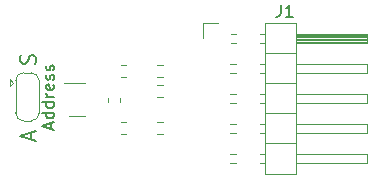
<source format=gbr>
%TF.GenerationSoftware,KiCad,Pcbnew,(5.1.9-0-10_14)*%
%TF.CreationDate,2021-02-05T22:05:55+01:00*%
%TF.ProjectId,itho_rv_sensor,6974686f-5f72-4765-9f73-656e736f722e,rev?*%
%TF.SameCoordinates,Original*%
%TF.FileFunction,Legend,Top*%
%TF.FilePolarity,Positive*%
%FSLAX46Y46*%
G04 Gerber Fmt 4.6, Leading zero omitted, Abs format (unit mm)*
G04 Created by KiCad (PCBNEW (5.1.9-0-10_14)) date 2021-02-05 22:05:55*
%MOMM*%
%LPD*%
G01*
G04 APERTURE LIST*
%ADD10C,0.150000*%
%ADD11C,0.120000*%
G04 APERTURE END LIST*
D10*
X116604190Y-99177428D02*
X116666095Y-98991714D01*
X116666095Y-98682190D01*
X116604190Y-98558380D01*
X116542285Y-98496476D01*
X116418476Y-98434571D01*
X116294666Y-98434571D01*
X116170857Y-98496476D01*
X116108952Y-98558380D01*
X116047047Y-98682190D01*
X115985142Y-98929809D01*
X115923238Y-99053619D01*
X115861333Y-99115523D01*
X115737523Y-99177428D01*
X115613714Y-99177428D01*
X115489904Y-99115523D01*
X115428000Y-99053619D01*
X115366095Y-98929809D01*
X115366095Y-98620285D01*
X115428000Y-98434571D01*
X116294666Y-105592523D02*
X116294666Y-104973476D01*
X116666095Y-105716333D02*
X115366095Y-105283000D01*
X116666095Y-104849666D01*
D11*
%TO.C,R5*%
X127427258Y-100950500D02*
X126952742Y-100950500D01*
X127427258Y-101995500D02*
X126952742Y-101995500D01*
%TO.C,R4*%
X126953742Y-100344500D02*
X127428258Y-100344500D01*
X126953742Y-99299500D02*
X127428258Y-99299500D01*
%TO.C,R3*%
X127427258Y-104125500D02*
X126952742Y-104125500D01*
X127427258Y-105170500D02*
X126952742Y-105170500D01*
%TO.C,R2*%
X123841742Y-100344500D02*
X124316258Y-100344500D01*
X123841742Y-99299500D02*
X124316258Y-99299500D01*
%TO.C,R1*%
X123841742Y-105170500D02*
X124316258Y-105170500D01*
X123841742Y-104125500D02*
X124316258Y-104125500D01*
%TO.C,C1*%
X123827000Y-102388580D02*
X123827000Y-102107420D01*
X122807000Y-102388580D02*
X122807000Y-102107420D01*
%TO.C,U1*%
X119052000Y-100825000D02*
X120792000Y-100825000D01*
X119492000Y-103645000D02*
X120792000Y-103645000D01*
%TO.C,Address*%
X114751000Y-100781000D02*
X114451000Y-101081000D01*
X114451000Y-100481000D02*
X114451000Y-101081000D01*
X114751000Y-100781000D02*
X114451000Y-100481000D01*
X115651000Y-99931000D02*
X116251000Y-99931000D01*
X114951000Y-103381000D02*
X114951000Y-100581000D01*
X116251000Y-104031000D02*
X115651000Y-104031000D01*
X116951000Y-100581000D02*
X116951000Y-103381000D01*
X116251000Y-99931000D02*
G75*
G02*
X116951000Y-100631000I0J-700000D01*
G01*
X114951000Y-100631000D02*
G75*
G02*
X115651000Y-99931000I700000J0D01*
G01*
X115651000Y-104031000D02*
G75*
G02*
X114951000Y-103331000I0J700000D01*
G01*
X116951000Y-103331000D02*
G75*
G02*
X116251000Y-104031000I-700000J0D01*
G01*
%TO.C,J1*%
X136060000Y-95698000D02*
X136060000Y-108518000D01*
X136060000Y-108518000D02*
X138720000Y-108518000D01*
X138720000Y-108518000D02*
X138720000Y-95698000D01*
X138720000Y-95698000D02*
X136060000Y-95698000D01*
X138720000Y-96648000D02*
X144720000Y-96648000D01*
X144720000Y-96648000D02*
X144720000Y-97408000D01*
X144720000Y-97408000D02*
X138720000Y-97408000D01*
X138720000Y-96708000D02*
X144720000Y-96708000D01*
X138720000Y-96828000D02*
X144720000Y-96828000D01*
X138720000Y-96948000D02*
X144720000Y-96948000D01*
X138720000Y-97068000D02*
X144720000Y-97068000D01*
X138720000Y-97188000D02*
X144720000Y-97188000D01*
X138720000Y-97308000D02*
X144720000Y-97308000D01*
X135662929Y-96648000D02*
X136060000Y-96648000D01*
X135662929Y-97408000D02*
X136060000Y-97408000D01*
X133190000Y-96648000D02*
X133577071Y-96648000D01*
X133190000Y-97408000D02*
X133577071Y-97408000D01*
X136060000Y-98298000D02*
X138720000Y-98298000D01*
X138720000Y-99188000D02*
X144720000Y-99188000D01*
X144720000Y-99188000D02*
X144720000Y-99948000D01*
X144720000Y-99948000D02*
X138720000Y-99948000D01*
X135662929Y-99188000D02*
X136060000Y-99188000D01*
X135662929Y-99948000D02*
X136060000Y-99948000D01*
X133122929Y-99188000D02*
X133577071Y-99188000D01*
X133122929Y-99948000D02*
X133577071Y-99948000D01*
X136060000Y-100838000D02*
X138720000Y-100838000D01*
X138720000Y-101728000D02*
X144720000Y-101728000D01*
X144720000Y-101728000D02*
X144720000Y-102488000D01*
X144720000Y-102488000D02*
X138720000Y-102488000D01*
X135662929Y-101728000D02*
X136060000Y-101728000D01*
X135662929Y-102488000D02*
X136060000Y-102488000D01*
X133122929Y-101728000D02*
X133577071Y-101728000D01*
X133122929Y-102488000D02*
X133577071Y-102488000D01*
X136060000Y-103378000D02*
X138720000Y-103378000D01*
X138720000Y-104268000D02*
X144720000Y-104268000D01*
X144720000Y-104268000D02*
X144720000Y-105028000D01*
X144720000Y-105028000D02*
X138720000Y-105028000D01*
X135662929Y-104268000D02*
X136060000Y-104268000D01*
X135662929Y-105028000D02*
X136060000Y-105028000D01*
X133122929Y-104268000D02*
X133577071Y-104268000D01*
X133122929Y-105028000D02*
X133577071Y-105028000D01*
X136060000Y-105918000D02*
X138720000Y-105918000D01*
X138720000Y-106808000D02*
X144720000Y-106808000D01*
X144720000Y-106808000D02*
X144720000Y-107568000D01*
X144720000Y-107568000D02*
X138720000Y-107568000D01*
X135662929Y-106808000D02*
X136060000Y-106808000D01*
X135662929Y-107568000D02*
X136060000Y-107568000D01*
X133122929Y-106808000D02*
X133577071Y-106808000D01*
X133122929Y-107568000D02*
X133577071Y-107568000D01*
X130810000Y-97028000D02*
X130810000Y-95758000D01*
X130810000Y-95758000D02*
X132080000Y-95758000D01*
%TO.C,Address*%
D10*
X117917666Y-104671476D02*
X117917666Y-104195285D01*
X118203380Y-104766714D02*
X117203380Y-104433380D01*
X118203380Y-104100047D01*
X118203380Y-103338142D02*
X117203380Y-103338142D01*
X118155761Y-103338142D02*
X118203380Y-103433380D01*
X118203380Y-103623857D01*
X118155761Y-103719095D01*
X118108142Y-103766714D01*
X118012904Y-103814333D01*
X117727190Y-103814333D01*
X117631952Y-103766714D01*
X117584333Y-103719095D01*
X117536714Y-103623857D01*
X117536714Y-103433380D01*
X117584333Y-103338142D01*
X118203380Y-102433380D02*
X117203380Y-102433380D01*
X118155761Y-102433380D02*
X118203380Y-102528619D01*
X118203380Y-102719095D01*
X118155761Y-102814333D01*
X118108142Y-102861952D01*
X118012904Y-102909571D01*
X117727190Y-102909571D01*
X117631952Y-102861952D01*
X117584333Y-102814333D01*
X117536714Y-102719095D01*
X117536714Y-102528619D01*
X117584333Y-102433380D01*
X118203380Y-101957190D02*
X117536714Y-101957190D01*
X117727190Y-101957190D02*
X117631952Y-101909571D01*
X117584333Y-101861952D01*
X117536714Y-101766714D01*
X117536714Y-101671476D01*
X118155761Y-100957190D02*
X118203380Y-101052428D01*
X118203380Y-101242904D01*
X118155761Y-101338142D01*
X118060523Y-101385761D01*
X117679571Y-101385761D01*
X117584333Y-101338142D01*
X117536714Y-101242904D01*
X117536714Y-101052428D01*
X117584333Y-100957190D01*
X117679571Y-100909571D01*
X117774809Y-100909571D01*
X117870047Y-101385761D01*
X118155761Y-100528619D02*
X118203380Y-100433380D01*
X118203380Y-100242904D01*
X118155761Y-100147666D01*
X118060523Y-100100047D01*
X118012904Y-100100047D01*
X117917666Y-100147666D01*
X117870047Y-100242904D01*
X117870047Y-100385761D01*
X117822428Y-100481000D01*
X117727190Y-100528619D01*
X117679571Y-100528619D01*
X117584333Y-100481000D01*
X117536714Y-100385761D01*
X117536714Y-100242904D01*
X117584333Y-100147666D01*
X118155761Y-99719095D02*
X118203380Y-99623857D01*
X118203380Y-99433380D01*
X118155761Y-99338142D01*
X118060523Y-99290523D01*
X118012904Y-99290523D01*
X117917666Y-99338142D01*
X117870047Y-99433380D01*
X117870047Y-99576238D01*
X117822428Y-99671476D01*
X117727190Y-99719095D01*
X117679571Y-99719095D01*
X117584333Y-99671476D01*
X117536714Y-99576238D01*
X117536714Y-99433380D01*
X117584333Y-99338142D01*
%TO.C,J1*%
X137401666Y-94210380D02*
X137401666Y-94924666D01*
X137354047Y-95067523D01*
X137258809Y-95162761D01*
X137115952Y-95210380D01*
X137020714Y-95210380D01*
X138401666Y-95210380D02*
X137830238Y-95210380D01*
X138115952Y-95210380D02*
X138115952Y-94210380D01*
X138020714Y-94353238D01*
X137925476Y-94448476D01*
X137830238Y-94496095D01*
%TD*%
M02*

</source>
